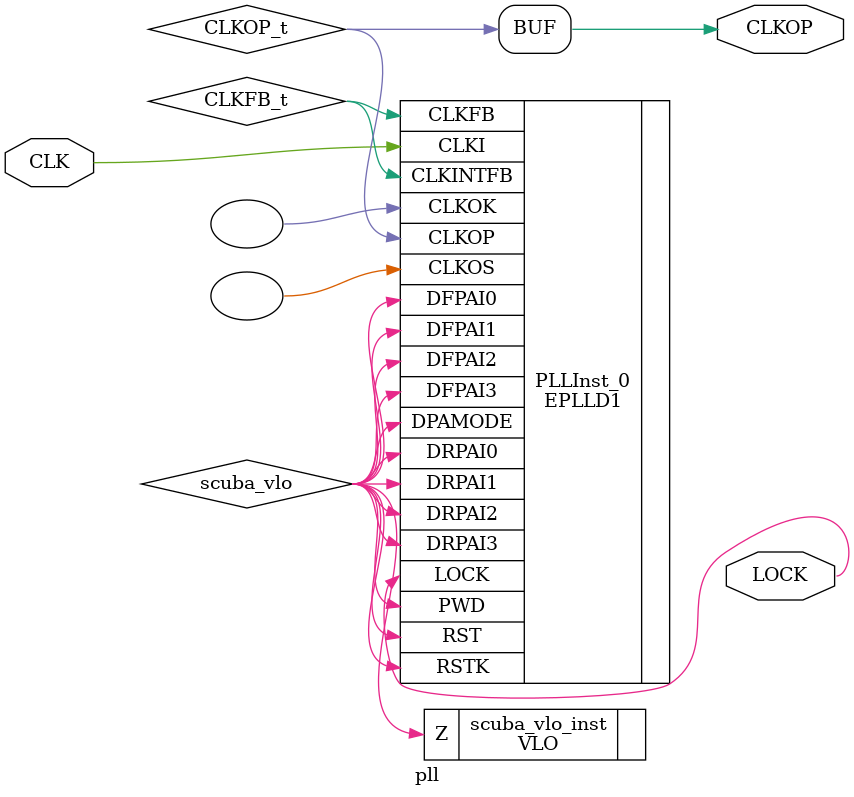
<source format=v>
/* Verilog netlist generated by SCUBA Diamond (64-bit) 3.14.0.75.2 */
/* Module Version: 5.7 */
/* /home/vlad/Aux/FPGA/lattice/diamond/ispfpga/bin/lin64/scuba -w -n pll -lang verilog -synth lse -arch mg5a00 -type pll -fin 45 -phase_cntl STATIC -fclkop 67.5 -fclkop_tol 0.0 -fb_mode INTERNAL -noclkos -noclkok -norst -noclkok2  */
/* Fri Sep 26 10:25:54 2025 */


`timescale 1 ns / 1 ps
module pll (CLK, CLKOP, LOCK)/* synthesis NGD_DRC_MASK=1 */;
    input wire CLK;
    output wire CLKOP;
    output wire LOCK;

    wire CLKOP_t;
    wire CLKFB_t;
    wire scuba_vlo;

    VLO scuba_vlo_inst (.Z(scuba_vlo));

    // synopsys translate_off
    defparam PLLInst_0.CLKOK_BYPASS = "DISABLED" ;
    defparam PLLInst_0.CLKOS_BYPASS = "DISABLED" ;
    defparam PLLInst_0.CLKOP_BYPASS = "DISABLED" ;
    defparam PLLInst_0.PHASE_CNTL = "STATIC" ;
    defparam PLLInst_0.DUTY = 8 ;
    defparam PLLInst_0.PHASEADJ = "0.0" ;
    defparam PLLInst_0.CLKOK_DIV = 2 ;
    defparam PLLInst_0.CLKOP_DIV = 8 ;
    defparam PLLInst_0.CLKFB_DIV = 3 ;
    defparam PLLInst_0.CLKI_DIV = 2 ;
    // synopsys translate_on
    EPLLD1 PLLInst_0 (.CLKI(CLK), .CLKFB(CLKFB_t), .RST(scuba_vlo), .RSTK(scuba_vlo), 
        .DPAMODE(scuba_vlo), .DRPAI3(scuba_vlo), .DRPAI2(scuba_vlo), .DRPAI1(scuba_vlo), 
        .DRPAI0(scuba_vlo), .DFPAI3(scuba_vlo), .DFPAI2(scuba_vlo), .DFPAI1(scuba_vlo), 
        .DFPAI0(scuba_vlo), .PWD(scuba_vlo), .CLKOP(CLKOP_t), .CLKOS(), 
        .CLKOK(), .LOCK(LOCK), .CLKINTFB(CLKFB_t))
             /* synthesis CLKOK_BYPASS="DISABLED" */
             /* synthesis CLKOS_BYPASS="DISABLED" */
             /* synthesis FREQUENCY_PIN_CLKOP="67.500000" */
             /* synthesis CLKOP_BYPASS="DISABLED" */
             /* synthesis PHASE_CNTL="STATIC" */
             /* synthesis DUTY="8" */
             /* synthesis PHASEADJ="0.0" */
             /* synthesis FREQUENCY_PIN_CLKI="45.000000" */
             /* synthesis CLKOK_DIV="2" */
             /* synthesis CLKOP_DIV="8" */
             /* synthesis CLKFB_DIV="3" */
             /* synthesis CLKI_DIV="2" */
             /* synthesis FIN="45.000000" */;

    assign CLKOP = CLKOP_t;


    // exemplar begin
    // exemplar attribute PLLInst_0 CLKOK_BYPASS DISABLED
    // exemplar attribute PLLInst_0 CLKOS_BYPASS DISABLED
    // exemplar attribute PLLInst_0 FREQUENCY_PIN_CLKOP 67.500000
    // exemplar attribute PLLInst_0 CLKOP_BYPASS DISABLED
    // exemplar attribute PLLInst_0 PHASE_CNTL STATIC
    // exemplar attribute PLLInst_0 DUTY 8
    // exemplar attribute PLLInst_0 PHASEADJ 0.0
    // exemplar attribute PLLInst_0 FREQUENCY_PIN_CLKI 45.000000
    // exemplar attribute PLLInst_0 CLKOK_DIV 2
    // exemplar attribute PLLInst_0 CLKOP_DIV 8
    // exemplar attribute PLLInst_0 CLKFB_DIV 3
    // exemplar attribute PLLInst_0 CLKI_DIV 2
    // exemplar attribute PLLInst_0 FIN 45.000000
    // exemplar end

endmodule

</source>
